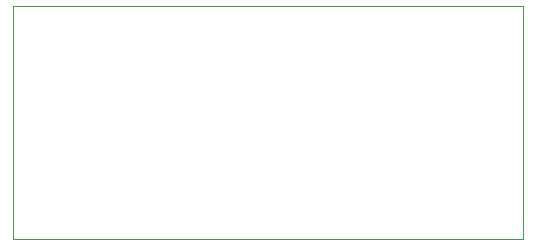
<source format=gbr>
G04 #@! TF.GenerationSoftware,KiCad,Pcbnew,5.1.5-52549c5~84~ubuntu18.04.1*
G04 #@! TF.CreationDate,2020-03-09T10:45:22-04:00*
G04 #@! TF.ProjectId,left-board_rev2,6c656674-2d62-46f6-9172-645f72657632,rev?*
G04 #@! TF.SameCoordinates,Original*
G04 #@! TF.FileFunction,Profile,NP*
%FSLAX46Y46*%
G04 Gerber Fmt 4.6, Leading zero omitted, Abs format (unit mm)*
G04 Created by KiCad (PCBNEW 5.1.5-52549c5~84~ubuntu18.04.1) date 2020-03-09 10:45:22*
%MOMM*%
%LPD*%
G04 APERTURE LIST*
%ADD10C,0.100000*%
G04 APERTURE END LIST*
D10*
X140970000Y-33020000D02*
X140970000Y-52705000D01*
X97790000Y-33020000D02*
X140970000Y-33020000D01*
X97790000Y-52705000D02*
X97790000Y-33020000D01*
X140970000Y-52705000D02*
X97790000Y-52705000D01*
M02*

</source>
